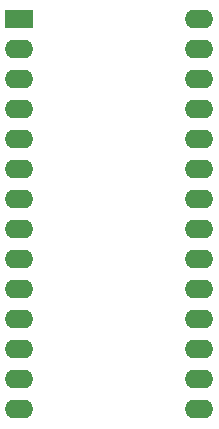
<source format=gbs>
G04 #@! TF.GenerationSoftware,KiCad,Pcbnew,5.1.12-84ad8e8a86~92~ubuntu20.04.1*
G04 #@! TF.CreationDate,2022-07-13T08:14:16-04:00*
G04 #@! TF.ProjectId,arkanoid-mpu-bypass,61726b61-6e6f-4696-942d-6d70752d6279,1.1*
G04 #@! TF.SameCoordinates,Original*
G04 #@! TF.FileFunction,Soldermask,Bot*
G04 #@! TF.FilePolarity,Negative*
%FSLAX46Y46*%
G04 Gerber Fmt 4.6, Leading zero omitted, Abs format (unit mm)*
G04 Created by KiCad (PCBNEW 5.1.12-84ad8e8a86~92~ubuntu20.04.1) date 2022-07-13 08:14:16*
%MOMM*%
%LPD*%
G01*
G04 APERTURE LIST*
%ADD10O,2.400000X1.600000*%
%ADD11R,2.400000X1.600000*%
G04 APERTURE END LIST*
D10*
X160274000Y-54610000D03*
X145034000Y-87630000D03*
X160274000Y-57150000D03*
X145034000Y-85090000D03*
X160274000Y-59690000D03*
X145034000Y-82550000D03*
X160274000Y-62230000D03*
X145034000Y-80010000D03*
X160274000Y-64770000D03*
X145034000Y-77470000D03*
X160274000Y-67310000D03*
X145034000Y-74930000D03*
X160274000Y-69850000D03*
X145034000Y-72390000D03*
X160274000Y-72390000D03*
X145034000Y-69850000D03*
X160274000Y-74930000D03*
X145034000Y-67310000D03*
X160274000Y-77470000D03*
X145034000Y-64770000D03*
X160274000Y-80010000D03*
X145034000Y-62230000D03*
X160274000Y-82550000D03*
X145034000Y-59690000D03*
X160274000Y-85090000D03*
X145034000Y-57150000D03*
X160274000Y-87630000D03*
D11*
X145034000Y-54610000D03*
M02*

</source>
